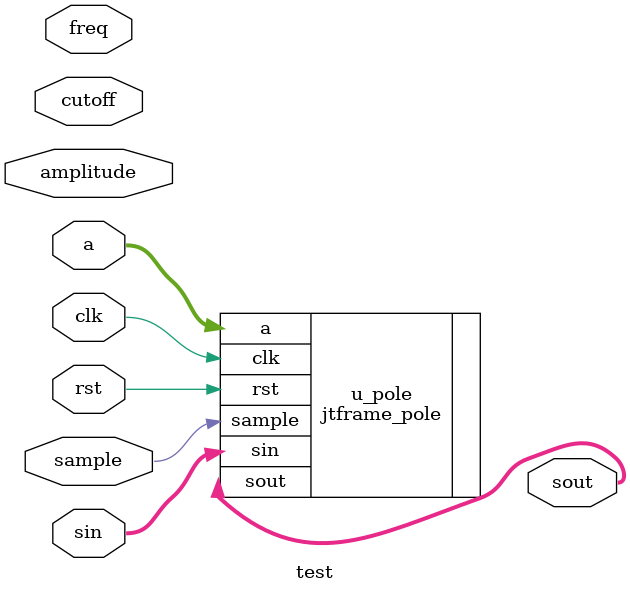
<source format=v>
module test #(parameter
    WS=16,      // Assuming that the signal is fixed point
    WA=WS/2     // WA is only the decimal part
)(
    // variables from Verilator
    input             [31:0]  cutoff,
    input             [31:0]  freq,
    input           [WS-1:0]  amplitude,
    // UUT
    input                      rst,
    input                      clk,
    input                      sample,
    input      signed [WS-1:0] sin,
    input             [WA-1:0] a,    // coefficient, unsigned
    output reg signed [WS-1:0] sout
);

jtframe_pole #(.WS(WS),.WA(WA)) u_pole(
    .rst    ( rst   ),
    .clk    ( clk   ),
    .sample ( sample),
    .sin    ( sin   ),
    .a      ( a     ),
    .sout   ( sout  )
);

endmodule


</source>
